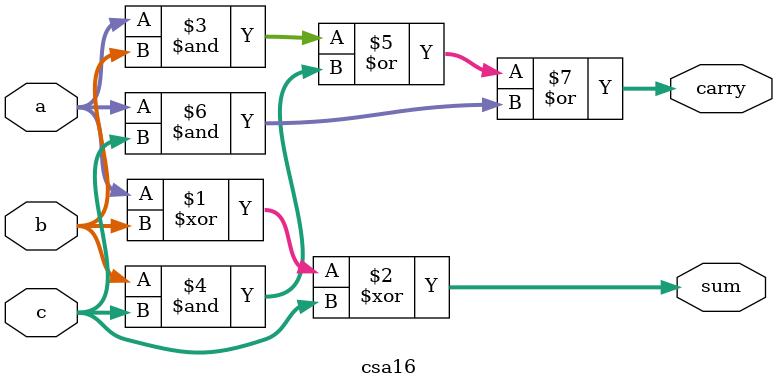
<source format=v>
`timescale 1ns/1ps

module wallace8_spst_pipe3 (
    input  wire         clk,
    input  wire         rst_n,   // active-low, synchronous
    input  wire         en,      // sample-enable for S1 regs
    input  wire [7:0]   a_i,
    input  wire [7:0]   b_i,
    output reg  [15:0]  p_o,
    output reg          valid_o
);
    // ----------------------------
    // Stage 1: Row-gated partials
    // ----------------------------
    // Generate aligned 16-bit rows; gating prevents toggling when b_i[i]=0
    wire [15:0] v0 = {{8{1'b0}}, (a_i & {8{b_i[0]}})} << 0;
    wire [15:0] v1 = {{8{1'b0}}, (a_i & {8{b_i[1]}})} << 1;
    wire [15:0] v2 = {{8{1'b0}}, (a_i & {8{b_i[2]}})} << 2;
    wire [15:0] v3 = {{8{1'b0}}, (a_i & {8{b_i[3]}})} << 3;
    wire [15:0] v4 = {{8{1'b0}}, (a_i & {8{b_i[4]}})} << 4;
    wire [15:0] v5 = {{8{1'b0}}, (a_i & {8{b_i[5]}})} << 5;
    wire [15:0] v6 = {{8{1'b0}}, (a_i & {8{b_i[6]}})} << 6;
    wire [15:0] v7 = {{8{1'b0}}, (a_i & {8{b_i[7]}})} << 7;

    reg [15:0] v0_r, v1_r, v2_r, v3_r, v4_r, v5_r, v6_r, v7_r;
    reg        vld1_r;

    always @(posedge clk) begin
        if (!rst_n) begin
            v0_r <= 16'd0; v1_r <= 16'd0; v2_r <= 16'd0; v3_r <= 16'd0;
            v4_r <= 16'd0; v5_r <= 16'd0; v6_r <= 16'd0; v7_r <= 16'd0;
            vld1_r <= 1'b0;
        end else begin
            if (en) begin
                v0_r <= v0; v1_r <= v1; v2_r <= v2; v3_r <= v3;
                v4_r <= v4; v5_r <= v5; v6_r <= v6; v7_r <= v7;
            end
            vld1_r <= en; // propagate validity
        end
    end

    // -----------------------------------------
    // Stage 2: Wallace-like CSA reduction (2L)
    // -----------------------------------------
    wire [15:0] s01, c01, s23, c23, s45, c45;
    csa16 u_csa01 (.a(v0_r), .b(v1_r), .c(v2_r), .sum(s01), .carry(c01));
    csa16 u_csa23 (.a(v3_r), .b(v4_r), .c(v5_r), .sum(s23), .carry(c23));
    csa16 u_csa45 (.a(v6_r), .b(v7_r), .c(16'h0000), .sum(s45), .carry(c45));

    wire [15:0] sA, cA, sB, cB;
    csa16 u_csaA (.a(s01),            .b(s23),            .c(s45),        .sum(sA), .carry(cA));
    csa16 u_csaB (.a({c01,1'b0}),     .b({c23,1'b0}),     .c({c45,1'b0}), .sum(sB), .carry(cB));

    reg  [15:0] sA_r, cA_r, sB_r, cB_r;
    reg         vld2_r;

    always @(posedge clk) begin
        if (!rst_n) begin
            sA_r <= 16'd0; cA_r <= 16'd0; sB_r <= 16'd0; cB_r <= 16'd0;
            vld2_r <= 1'b0;
        end else begin
            sA_r <= sA; cA_r <= cA; sB_r <= sB; cB_r <= cB;
            vld2_r <= vld1_r;
        end
    end

    // -----------------------------------------
    // Stage 3: Final CSA + CPA -> output regs
    // -----------------------------------------
    wire [15:0] sC, cC;
    csa16 u_csaC (.a(sA_r), .b(sB_r), .c({cA_r,1'b0}), .sum(sC), .carry(cC));

    wire [15:0] final_sum  = sC;
    wire [15:0] final_carr = {cC, 1'b0};
    wire [15:0] product_w  = final_sum + final_carr; // ripple/CLA in synthesis

    always @(posedge clk) begin
        if (!rst_n) begin
            p_o     <= 16'd0;
            valid_o <= 1'b0;
        end else begin
            p_o     <= product_w;
            valid_o <= vld2_r; // aligned with S3 data
        end
    end

endmodule

// 16-bit bitwise 3:2 compressor (carry is unshifted; we append <<1 where needed)
module csa16 (
    input  wire [15:0] a,
    input  wire [15:0] b,
    input  wire [15:0] c,
    output wire [15:0] sum,
    output wire [15:0] carry
);
    assign sum   = a ^ b ^ c;
    assign carry = (a & b) | (b & c) | (a & c);
endmodule

</source>
